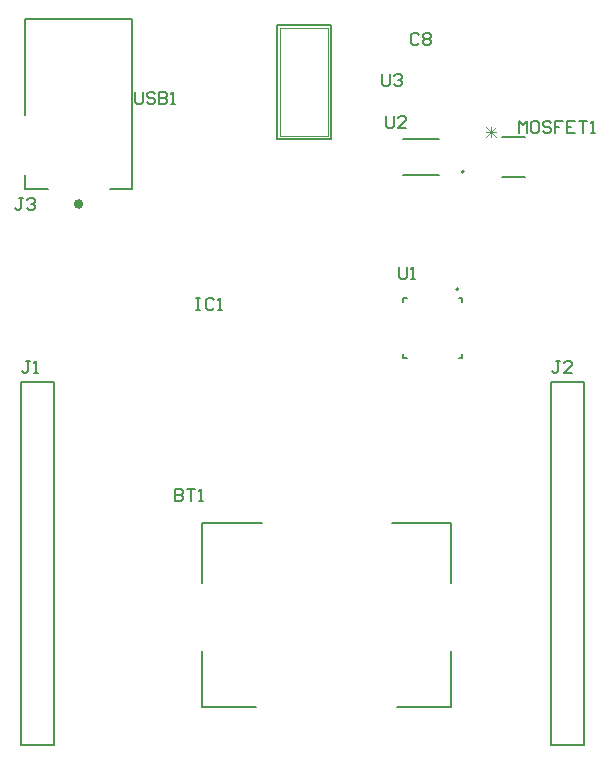
<source format=gto>
G04*
G04 #@! TF.GenerationSoftware,Altium Limited,Altium Designer,23.2.1 (34)*
G04*
G04 Layer_Color=65535*
%FSLAX44Y44*%
%MOMM*%
G71*
G04*
G04 #@! TF.SameCoordinates,42A8F1EF-7107-4BB4-9A72-9FAECD8FE37F*
G04*
G04*
G04 #@! TF.FilePolarity,Positive*
G04*
G01*
G75*
%ADD10C,0.4000*%
%ADD11C,0.2000*%
%ADD12C,0.1524*%
%ADD13C,0.0508*%
%ADD14C,0.1270*%
%ADD15C,0.0762*%
D10*
X-213000Y165000D02*
G03*
X-213000Y165000I-2000J0D01*
G01*
D11*
X111200Y192450D02*
G03*
X111200Y192450I-1000J0D01*
G01*
X106500Y92950D02*
G03*
X106500Y92950I-1000J0D01*
G01*
D12*
X213170Y-292970D02*
Y14370D01*
X185230D02*
X213170D01*
X185230Y-292970D02*
Y14370D01*
Y-292970D02*
X213170D01*
X-263970Y-292970D02*
X-236030D01*
X-263970D02*
Y14370D01*
X-236030D01*
Y-292970D02*
Y14370D01*
X-47006Y220354D02*
Y316146D01*
Y220354D02*
X-1350D01*
Y316146D01*
X-47006D02*
X-1350D01*
X143747Y188236D02*
X163305D01*
X143747Y221764D02*
X163305D01*
X-166928Y260078D02*
Y251614D01*
X-165235Y249922D01*
X-161849D01*
X-160157Y251614D01*
Y260078D01*
X-150000Y258386D02*
X-151693Y260078D01*
X-155078D01*
X-156771Y258386D01*
Y256693D01*
X-155078Y255000D01*
X-151693D01*
X-150000Y253307D01*
Y251614D01*
X-151693Y249922D01*
X-155078D01*
X-156771Y251614D01*
X-146614Y260078D02*
Y249922D01*
X-141536D01*
X-139843Y251614D01*
Y253307D01*
X-141536Y255000D01*
X-146614D01*
X-141536D01*
X-139843Y256693D01*
Y258386D01*
X-141536Y260078D01*
X-146614D01*
X-136458Y249922D02*
X-133072D01*
X-134765D01*
Y260078D01*
X-136458Y258386D01*
X41536Y275078D02*
Y266614D01*
X43229Y264922D01*
X46614D01*
X48307Y266614D01*
Y275078D01*
X51693Y273386D02*
X53386Y275078D01*
X56771D01*
X58464Y273386D01*
Y271693D01*
X56771Y270000D01*
X55078D01*
X56771D01*
X58464Y268307D01*
Y266614D01*
X56771Y264922D01*
X53386D01*
X51693Y266614D01*
X44988Y239513D02*
Y231049D01*
X46681Y229356D01*
X50066D01*
X51759Y231049D01*
Y239513D01*
X61916Y229356D02*
X55145D01*
X61916Y236127D01*
Y237820D01*
X60223Y239513D01*
X56838D01*
X55145Y237820D01*
X56672Y111751D02*
Y103287D01*
X58365Y101594D01*
X61750D01*
X63443Y103287D01*
Y111751D01*
X66829Y101594D02*
X70214D01*
X68521D01*
Y111751D01*
X66829Y110058D01*
X157837Y224922D02*
Y235078D01*
X161223Y231693D01*
X164608Y235078D01*
Y224922D01*
X173072Y235078D02*
X169687D01*
X167994Y233386D01*
Y226614D01*
X169687Y224922D01*
X173072D01*
X174765Y226614D01*
Y233386D01*
X173072Y235078D01*
X184922Y233386D02*
X183229Y235078D01*
X179843D01*
X178151Y233386D01*
Y231693D01*
X179843Y230000D01*
X183229D01*
X184922Y228307D01*
Y226614D01*
X183229Y224922D01*
X179843D01*
X178151Y226614D01*
X195078Y235078D02*
X188307D01*
Y230000D01*
X191693D01*
X188307D01*
Y224922D01*
X205235Y235078D02*
X198464D01*
Y224922D01*
X205235D01*
X198464Y230000D02*
X201849D01*
X208621Y235078D02*
X215392D01*
X212006D01*
Y224922D01*
X218777D02*
X222163D01*
X220470D01*
Y235078D01*
X218777Y233386D01*
X-261693Y170078D02*
X-265078D01*
X-263386D01*
Y161614D01*
X-265078Y159922D01*
X-266771D01*
X-268464Y161614D01*
X-258307Y168386D02*
X-256614Y170078D01*
X-253229D01*
X-251536Y168386D01*
Y166693D01*
X-253229Y165000D01*
X-254922D01*
X-253229D01*
X-251536Y163307D01*
Y161614D01*
X-253229Y159922D01*
X-256614D01*
X-258307Y161614D01*
X192729Y31995D02*
X189344D01*
X191036D01*
Y23531D01*
X189344Y21838D01*
X187651D01*
X185958Y23531D01*
X202886Y21838D02*
X196115D01*
X202886Y28609D01*
Y30302D01*
X201193Y31995D01*
X197808D01*
X196115Y30302D01*
X-256343Y31995D02*
X-259728D01*
X-258036D01*
Y23531D01*
X-259728Y21838D01*
X-261421D01*
X-263114Y23531D01*
X-252957Y21838D02*
X-249572D01*
X-251264D01*
Y31995D01*
X-252957Y30302D01*
X-116003Y85078D02*
X-112618D01*
X-114310D01*
Y74922D01*
X-116003D01*
X-112618D01*
X-100768Y83386D02*
X-102461Y85078D01*
X-105846D01*
X-107539Y83386D01*
Y76614D01*
X-105846Y74922D01*
X-102461D01*
X-100768Y76614D01*
X-97382Y74922D02*
X-93997D01*
X-95690D01*
Y85078D01*
X-97382Y83386D01*
X73307Y308386D02*
X71614Y310078D01*
X68229D01*
X66536Y308386D01*
Y301614D01*
X68229Y299922D01*
X71614D01*
X73307Y301614D01*
X76693Y308386D02*
X78386Y310078D01*
X81771D01*
X83464Y308386D01*
Y306693D01*
X81771Y305000D01*
X83464Y303307D01*
Y301614D01*
X81771Y299922D01*
X78386D01*
X76693Y301614D01*
Y303307D01*
X78386Y305000D01*
X76693Y306693D01*
Y308386D01*
X78386Y305000D02*
X81771D01*
X-133320Y-76463D02*
Y-86620D01*
X-128242D01*
X-126549Y-84927D01*
Y-83234D01*
X-128242Y-81542D01*
X-133320D01*
X-128242D01*
X-126549Y-79849D01*
Y-78156D01*
X-128242Y-76463D01*
X-133320D01*
X-123163D02*
X-116392D01*
X-119778D01*
Y-86620D01*
X-113007D02*
X-109621D01*
X-111314D01*
Y-76463D01*
X-113007Y-78156D01*
D13*
X-44720Y222640D02*
Y313860D01*
Y222640D02*
X-3636D01*
Y313860D01*
X-44720D02*
X-3636D01*
D14*
X-260000Y322000D02*
X-170000D01*
Y178000D02*
Y322000D01*
X-260000Y178000D02*
Y189500D01*
X-188500Y178000D02*
X-170000D01*
X-260000Y240500D02*
Y322000D01*
Y178000D02*
X-240500D01*
X-110500Y-156300D02*
Y-105500D01*
X-60000D01*
X50000D02*
X100500D01*
Y-156300D02*
Y-105500D01*
X-110500Y-260500D02*
Y-213700D01*
Y-260500D02*
X-65000D01*
X55000D02*
X100500D01*
Y-213700D01*
X60000Y220350D02*
X90000D01*
X60000Y189650D02*
X90000D01*
X60000Y35000D02*
Y37950D01*
X110000Y35000D02*
Y37950D01*
X60000Y82050D02*
Y85000D01*
X110000Y82050D02*
Y85000D01*
X60000Y35000D02*
X62950D01*
X107050D02*
X110000D01*
X60000Y85000D02*
X62950D01*
X107050D02*
X110000D01*
D15*
X130000Y230580D02*
X138464Y222116D01*
X130000D02*
X138464Y230580D01*
X130000Y226348D02*
X138464D01*
X134232Y222116D02*
Y230580D01*
M02*

</source>
